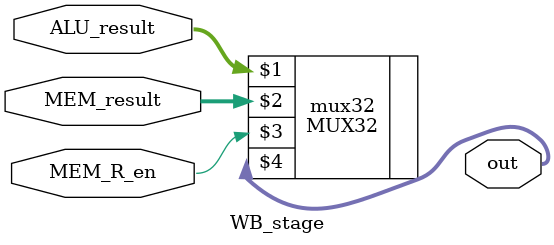
<source format=v>
module WB_stage(input[31:0] ALU_result, MEM_result, input MEM_R_en, output [31:0] out);
	MUX32 mux32(ALU_result,MEM_result, MEM_R_en, out);
endmodule
</source>
